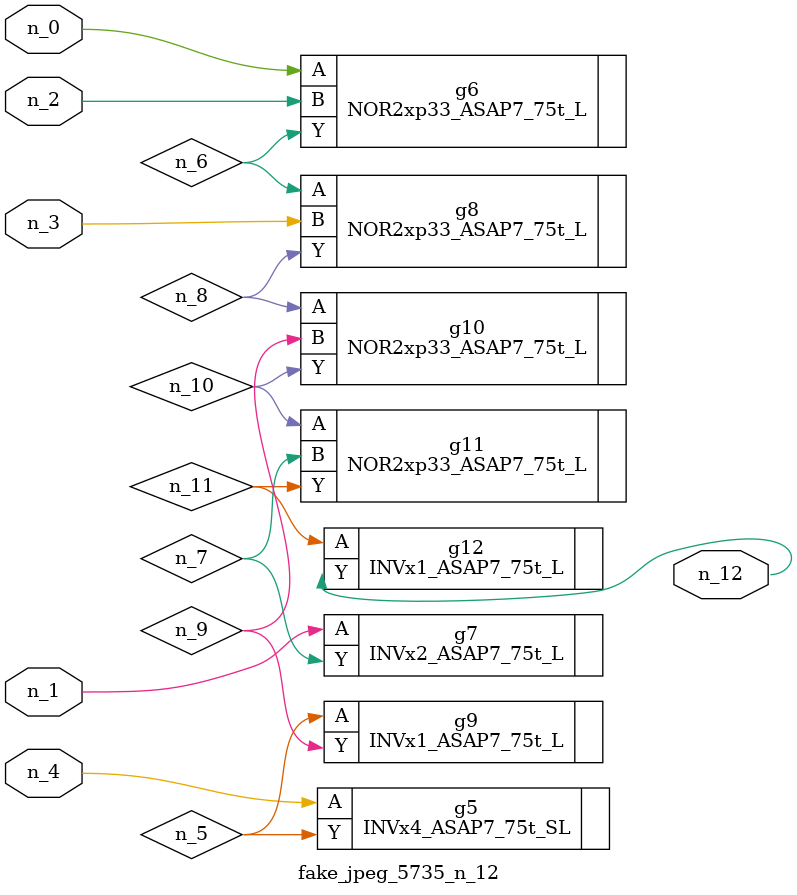
<source format=v>
module fake_jpeg_5735_n_12 (n_3, n_2, n_1, n_0, n_4, n_12);

input n_3;
input n_2;
input n_1;
input n_0;
input n_4;

output n_12;

wire n_11;
wire n_10;
wire n_8;
wire n_9;
wire n_6;
wire n_5;
wire n_7;

INVx4_ASAP7_75t_SL g5 ( 
.A(n_4),
.Y(n_5)
);

NOR2xp33_ASAP7_75t_L g6 ( 
.A(n_0),
.B(n_2),
.Y(n_6)
);

INVx2_ASAP7_75t_L g7 ( 
.A(n_1),
.Y(n_7)
);

NOR2xp33_ASAP7_75t_L g8 ( 
.A(n_6),
.B(n_3),
.Y(n_8)
);

NOR2xp33_ASAP7_75t_L g10 ( 
.A(n_8),
.B(n_9),
.Y(n_10)
);

INVx1_ASAP7_75t_L g9 ( 
.A(n_5),
.Y(n_9)
);

NOR2xp33_ASAP7_75t_L g11 ( 
.A(n_10),
.B(n_7),
.Y(n_11)
);

INVx1_ASAP7_75t_L g12 ( 
.A(n_11),
.Y(n_12)
);


endmodule
</source>
